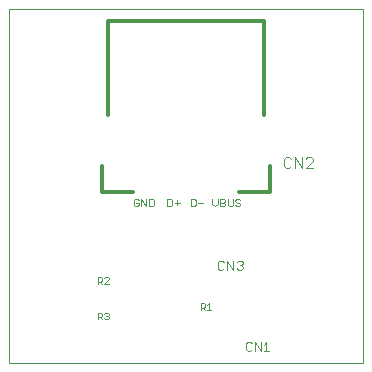
<source format=gto>
G75*
%MOIN*%
%OFA0B0*%
%FSLAX25Y25*%
%IPPOS*%
%LPD*%
%AMOC8*
5,1,8,0,0,1.08239X$1,22.5*
%
%ADD10C,0.00000*%
%ADD11C,0.00300*%
%ADD12C,0.00200*%
%ADD13C,0.01200*%
%ADD14C,0.00400*%
D10*
X0032280Y0051256D02*
X0032280Y0169366D01*
X0150390Y0169366D01*
X0150390Y0051256D01*
X0032280Y0051256D01*
D11*
X0111367Y0055936D02*
X0111843Y0055461D01*
X0112793Y0055461D01*
X0113269Y0055936D01*
X0114267Y0055461D02*
X0114267Y0058313D01*
X0116169Y0055461D01*
X0116169Y0058313D01*
X0117167Y0057362D02*
X0118118Y0058313D01*
X0118118Y0055461D01*
X0117167Y0055461D02*
X0119069Y0055461D01*
X0113269Y0057838D02*
X0112793Y0058313D01*
X0111843Y0058313D01*
X0111367Y0057838D01*
X0111367Y0055936D01*
X0124572Y0116367D02*
X0125786Y0116367D01*
X0126392Y0116973D01*
X0127591Y0116367D02*
X0127591Y0120007D01*
X0130017Y0116367D01*
X0130017Y0120007D01*
X0131216Y0119400D02*
X0131823Y0120007D01*
X0133036Y0120007D01*
X0133643Y0119400D01*
X0133643Y0118793D01*
X0131216Y0116367D01*
X0133643Y0116367D01*
X0126392Y0119400D02*
X0125786Y0120007D01*
X0124572Y0120007D01*
X0123966Y0119400D01*
X0123966Y0116973D01*
X0124572Y0116367D01*
D12*
X0109458Y0105653D02*
X0109031Y0106079D01*
X0108179Y0106079D01*
X0107752Y0105653D01*
X0107752Y0105227D01*
X0108179Y0104800D01*
X0109031Y0104800D01*
X0109458Y0104374D01*
X0109458Y0103948D01*
X0109031Y0103521D01*
X0108179Y0103521D01*
X0107752Y0103948D01*
X0106920Y0103948D02*
X0106920Y0106079D01*
X0105215Y0106079D02*
X0105215Y0103948D01*
X0105641Y0103521D01*
X0106494Y0103521D01*
X0106920Y0103948D01*
X0104383Y0103948D02*
X0103956Y0103521D01*
X0102677Y0103521D01*
X0102677Y0106079D01*
X0103956Y0106079D01*
X0104383Y0105653D01*
X0104383Y0105227D01*
X0103956Y0104800D01*
X0102677Y0104800D01*
X0101845Y0104374D02*
X0101845Y0106079D01*
X0101845Y0104374D02*
X0100992Y0103521D01*
X0100140Y0104374D01*
X0100140Y0106079D01*
X0097078Y0104800D02*
X0095372Y0104800D01*
X0094540Y0103948D02*
X0094540Y0105653D01*
X0094114Y0106079D01*
X0092835Y0106079D01*
X0092835Y0103521D01*
X0094114Y0103521D01*
X0094540Y0103948D01*
X0089204Y0104800D02*
X0087498Y0104800D01*
X0086666Y0103948D02*
X0086666Y0105653D01*
X0086240Y0106079D01*
X0084961Y0106079D01*
X0084961Y0103521D01*
X0086240Y0103521D01*
X0086666Y0103948D01*
X0088351Y0103948D02*
X0088351Y0105653D01*
X0080630Y0105653D02*
X0080630Y0103948D01*
X0080204Y0103521D01*
X0078925Y0103521D01*
X0078925Y0106079D01*
X0080204Y0106079D01*
X0080630Y0105653D01*
X0078092Y0106079D02*
X0078092Y0103521D01*
X0076387Y0106079D01*
X0076387Y0103521D01*
X0075555Y0103948D02*
X0075555Y0104800D01*
X0074702Y0104800D01*
X0073849Y0103948D02*
X0073849Y0105653D01*
X0074276Y0106079D01*
X0075128Y0106079D01*
X0075555Y0105653D01*
X0075555Y0103948D02*
X0075128Y0103521D01*
X0074276Y0103521D01*
X0073849Y0103948D01*
X0065165Y0079898D02*
X0064443Y0079898D01*
X0064083Y0079537D01*
X0063350Y0079537D02*
X0063350Y0078816D01*
X0062990Y0078455D01*
X0061908Y0078455D01*
X0062629Y0078455D02*
X0063350Y0077734D01*
X0064083Y0077734D02*
X0065526Y0079177D01*
X0065526Y0079537D01*
X0065165Y0079898D01*
X0063350Y0079537D02*
X0062990Y0079898D01*
X0061908Y0079898D01*
X0061908Y0077734D01*
X0064083Y0077734D02*
X0065526Y0077734D01*
X0065165Y0068087D02*
X0065526Y0067726D01*
X0065526Y0067366D01*
X0065165Y0067005D01*
X0065526Y0066644D01*
X0065526Y0066284D01*
X0065165Y0065923D01*
X0064443Y0065923D01*
X0064083Y0066284D01*
X0063350Y0065923D02*
X0062629Y0066644D01*
X0062990Y0066644D02*
X0061908Y0066644D01*
X0061908Y0065923D02*
X0061908Y0068087D01*
X0062990Y0068087D01*
X0063350Y0067726D01*
X0063350Y0067005D01*
X0062990Y0066644D01*
X0064083Y0067726D02*
X0064443Y0068087D01*
X0065165Y0068087D01*
X0065165Y0067005D02*
X0064804Y0067005D01*
X0096160Y0069072D02*
X0096160Y0071236D01*
X0097242Y0071236D01*
X0097602Y0070876D01*
X0097602Y0070154D01*
X0097242Y0069794D01*
X0096160Y0069794D01*
X0096881Y0069794D02*
X0097602Y0069072D01*
X0098335Y0069072D02*
X0099777Y0069072D01*
X0099056Y0069072D02*
X0099056Y0071236D01*
X0098335Y0070515D01*
X0104383Y0103948D02*
X0104383Y0104374D01*
X0103956Y0104800D01*
D13*
X0109052Y0108343D02*
X0119288Y0108343D01*
X0119288Y0117004D01*
X0117320Y0133933D02*
X0117320Y0165429D01*
X0065351Y0165429D01*
X0065351Y0133933D01*
X0063383Y0117004D02*
X0063383Y0108343D01*
X0073619Y0108343D01*
D14*
X0101828Y0084912D02*
X0101828Y0082843D01*
X0102345Y0082326D01*
X0103379Y0082326D01*
X0103896Y0082843D01*
X0105050Y0082326D02*
X0105050Y0085429D01*
X0107119Y0082326D01*
X0107119Y0085429D01*
X0108273Y0084912D02*
X0108790Y0085429D01*
X0109824Y0085429D01*
X0110342Y0084912D01*
X0110342Y0084394D01*
X0109824Y0083877D01*
X0110342Y0083360D01*
X0110342Y0082843D01*
X0109824Y0082326D01*
X0108790Y0082326D01*
X0108273Y0082843D01*
X0109307Y0083877D02*
X0109824Y0083877D01*
X0103896Y0084912D02*
X0103379Y0085429D01*
X0102345Y0085429D01*
X0101828Y0084912D01*
M02*

</source>
